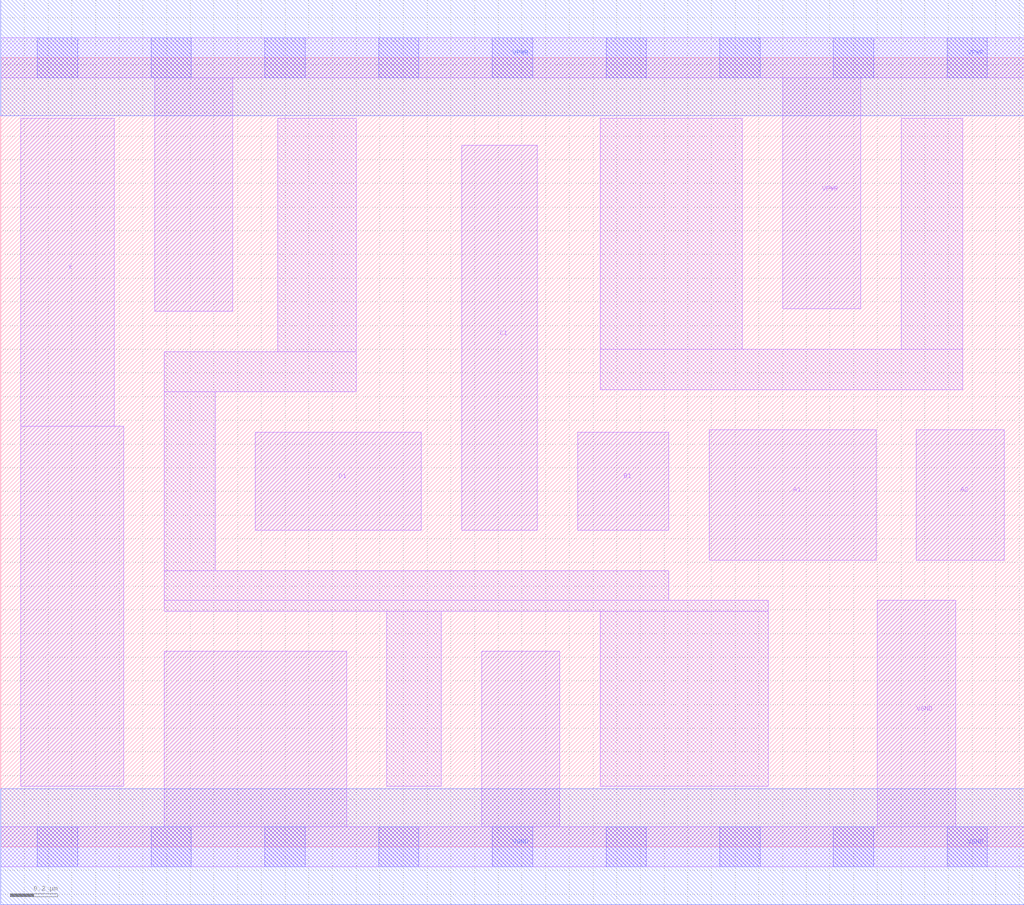
<source format=lef>
# Copyright 2020 The SkyWater PDK Authors
#
# Licensed under the Apache License, Version 2.0 (the "License");
# you may not use this file except in compliance with the License.
# You may obtain a copy of the License at
#
#     https://www.apache.org/licenses/LICENSE-2.0
#
# Unless required by applicable law or agreed to in writing, software
# distributed under the License is distributed on an "AS IS" BASIS,
# WITHOUT WARRANTIES OR CONDITIONS OF ANY KIND, either express or implied.
# See the License for the specific language governing permissions and
# limitations under the License.
#
# SPDX-License-Identifier: Apache-2.0

VERSION 5.7 ;
  NAMESCASESENSITIVE ON ;
  NOWIREEXTENSIONATPIN ON ;
  DIVIDERCHAR "/" ;
  BUSBITCHARS "[]" ;
UNITS
  DATABASE MICRONS 200 ;
END UNITS
MACRO sky130_fd_sc_lp__a2111o_1
  CLASS CORE ;
  SOURCE USER ;
  FOREIGN sky130_fd_sc_lp__a2111o_1 ;
  ORIGIN  0.000000  0.000000 ;
  SIZE  4.320000 BY  3.330000 ;
  SYMMETRY X Y R90 ;
  SITE unit ;
  PIN A1
    ANTENNAGATEAREA  0.315000 ;
    DIRECTION INPUT ;
    USE SIGNAL ;
    PORT
      LAYER li1 ;
        RECT 2.990000 1.210000 3.695000 1.760000 ;
    END
  END A1
  PIN A2
    ANTENNAGATEAREA  0.315000 ;
    DIRECTION INPUT ;
    USE SIGNAL ;
    PORT
      LAYER li1 ;
        RECT 3.865000 1.210000 4.235000 1.760000 ;
    END
  END A2
  PIN B1
    ANTENNAGATEAREA  0.315000 ;
    DIRECTION INPUT ;
    USE SIGNAL ;
    PORT
      LAYER li1 ;
        RECT 2.435000 1.335000 2.820000 1.750000 ;
    END
  END B1
  PIN C1
    ANTENNAGATEAREA  0.315000 ;
    DIRECTION INPUT ;
    USE SIGNAL ;
    PORT
      LAYER li1 ;
        RECT 1.945000 1.335000 2.265000 2.960000 ;
    END
  END C1
  PIN D1
    ANTENNAGATEAREA  0.315000 ;
    DIRECTION INPUT ;
    USE SIGNAL ;
    PORT
      LAYER li1 ;
        RECT 1.075000 1.335000 1.775000 1.750000 ;
    END
  END D1
  PIN X
    ANTENNADIFFAREA  0.556500 ;
    DIRECTION OUTPUT ;
    USE SIGNAL ;
    PORT
      LAYER li1 ;
        RECT 0.085000 0.255000 0.520000 1.775000 ;
        RECT 0.085000 1.775000 0.480000 3.075000 ;
    END
  END X
  PIN VGND
    DIRECTION INOUT ;
    USE GROUND ;
    PORT
      LAYER li1 ;
        RECT 0.000000 -0.085000 4.320000 0.085000 ;
        RECT 0.690000  0.085000 1.460000 0.825000 ;
        RECT 2.030000  0.085000 2.360000 0.825000 ;
        RECT 3.700000  0.085000 4.030000 1.040000 ;
      LAYER mcon ;
        RECT 0.155000 -0.085000 0.325000 0.085000 ;
        RECT 0.635000 -0.085000 0.805000 0.085000 ;
        RECT 1.115000 -0.085000 1.285000 0.085000 ;
        RECT 1.595000 -0.085000 1.765000 0.085000 ;
        RECT 2.075000 -0.085000 2.245000 0.085000 ;
        RECT 2.555000 -0.085000 2.725000 0.085000 ;
        RECT 3.035000 -0.085000 3.205000 0.085000 ;
        RECT 3.515000 -0.085000 3.685000 0.085000 ;
        RECT 3.995000 -0.085000 4.165000 0.085000 ;
      LAYER met1 ;
        RECT 0.000000 -0.245000 4.320000 0.245000 ;
    END
  END VGND
  PIN VPWR
    DIRECTION INOUT ;
    USE POWER ;
    PORT
      LAYER li1 ;
        RECT 0.000000 3.245000 4.320000 3.415000 ;
        RECT 0.650000 2.260000 0.980000 3.245000 ;
        RECT 3.300000 2.270000 3.630000 3.245000 ;
      LAYER mcon ;
        RECT 0.155000 3.245000 0.325000 3.415000 ;
        RECT 0.635000 3.245000 0.805000 3.415000 ;
        RECT 1.115000 3.245000 1.285000 3.415000 ;
        RECT 1.595000 3.245000 1.765000 3.415000 ;
        RECT 2.075000 3.245000 2.245000 3.415000 ;
        RECT 2.555000 3.245000 2.725000 3.415000 ;
        RECT 3.035000 3.245000 3.205000 3.415000 ;
        RECT 3.515000 3.245000 3.685000 3.415000 ;
        RECT 3.995000 3.245000 4.165000 3.415000 ;
      LAYER met1 ;
        RECT 0.000000 3.085000 4.320000 3.575000 ;
    END
  END VPWR
  OBS
    LAYER li1 ;
      RECT 0.690000 0.995000 3.240000 1.040000 ;
      RECT 0.690000 1.040000 2.820000 1.165000 ;
      RECT 0.690000 1.165000 0.905000 1.920000 ;
      RECT 0.690000 1.920000 1.500000 2.090000 ;
      RECT 1.170000 2.090000 1.500000 3.075000 ;
      RECT 1.630000 0.255000 1.860000 0.995000 ;
      RECT 2.530000 0.255000 3.240000 0.995000 ;
      RECT 2.530000 1.930000 4.060000 2.100000 ;
      RECT 2.530000 2.100000 3.130000 3.075000 ;
      RECT 3.800000 2.100000 4.060000 3.075000 ;
  END
END sky130_fd_sc_lp__a2111o_1

</source>
